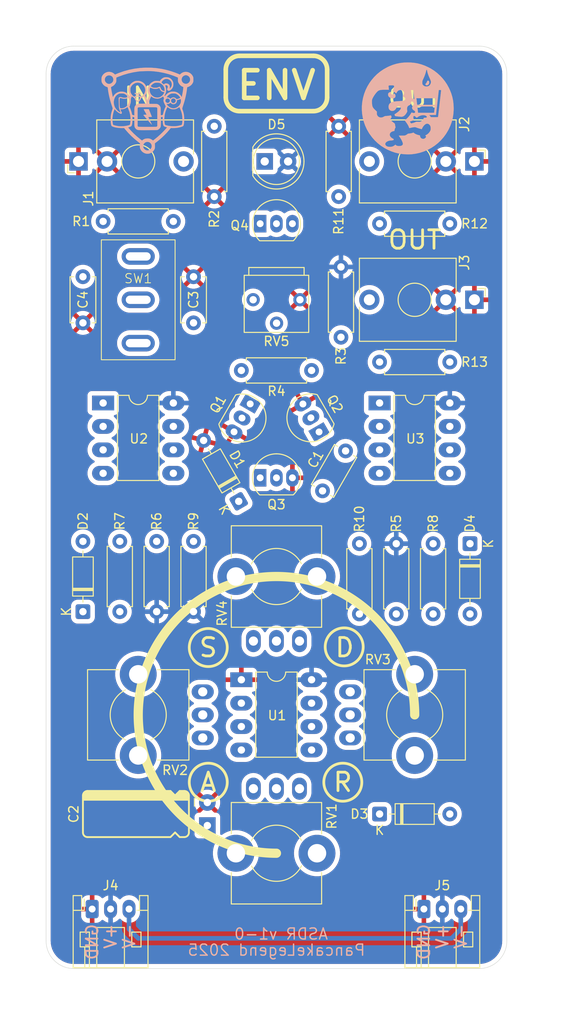
<source format=kicad_pcb>
(kicad_pcb (version 20241229) (generator "pcbnew") (generator_version "9.0")
  (layers (0 "F.Cu" signal) (2 "B.Cu" signal) (13 "F.Paste" user) (15 "B.Paste" user) (5 "F.SilkS" user "F.Silkscreen") (7 "B.SilkS" user "B.Silkscreen") (1 "F.Mask" user) (3 "B.Mask" user) (25 "Edge.Cuts" user))
  (net 0 "")
  (net 1 "Net-(D1-K)")
  (net 2 "Net-(Q2-C)")
  (net 3 "GND")
  (net 4 "Net-(U1-CV)")
  (net 5 "Net-(SW1-C)")
  (net 6 "Net-(SW1-A)")
  (net 7 "Net-(D2-K)")
  (net 8 "Net-(D2-A)")
  (net 9 "Net-(D3-A)")
  (net 10 "Net-(D4-K)")
  (net 11 "Net-(D5-K)")
  (net 12 "VDD")
  (net 13 "Net-(J1-PadT)")
  (net 14 "VSS")
  (net 15 "Net-(Q1-C)")
  (net 16 "Net-(Q1-B)")
  (net 17 "Net-(Q2-B)")
  (net 18 "Net-(Q3-C)")
  (net 19 "Net-(Q4-B)")
  (net 20 "Net-(Q4-E)")
  (net 21 "Net-(R7-Pad1)")
  (net 22 "Net-(U1-Q)")
  (net 23 "Net-(R8-Pad1)")
  (net 24 "Net-(R9-Pad2)")
  (net 25 "Net-(R10-Pad1)")
  (net 26 "Net-(U2A--)")
  (net 27 "Net-(U3A--)")
  (net 28 "Net-(U3B--)")
  (net 29 "Net-(U2A-+)")
  (net 30 "Net-(U1-DIS)")
  (net 31 "Net-(U3A-+)")
  (net 32 "Net-(J2-PadT)")
  (net 33 "Net-(J3-PadT)")
  (footprint "HackSynth:TO-92_Inline - Handsolder" (layer "F.Cu") (at 148.73 69.25)
    (property "Reference" "Q4" (at -2.73 0.2 0) (layer "F.SilkS"))
    (property "Value" "BC547" (hide yes))
    (pad "1" thru_hole rect (at -0.5 0) (size 1.35 1.9) (drill 0.75) (layers "*.Cu" "*.Mask") (net 11 "Net-(D5-K)"))
    (pad "2" thru_hole oval (at 1.27 0) (size 1.35 1.9) (drill 0.75) (layers "*.Cu" "*.Mask") (net 19 "Net-(Q4-B)"))
    (pad "3" thru_hole oval (at 3 0) (size 1.35 1.9) (drill 0.75) (layers "*.Cu" "*.Mask") (net 20 "Net-(Q4-E)"))
  )
  (footprint "HackSynth:R_Axial_DIN0207_L6.3mm_D2.5mm_P7.62mm_Horizontal" (layer "F.Cu") (at 161.19 84.25)
    (property "Reference" "R13" (at 10.31 0 0) (layer "F.SilkS"))
    (property "Value" "1k" (hide yes))
    (pad "1" thru_hole circle (at 0 0) (size 1.6 1.6) (drill 0.8) (layers "*.Cu" "*.Mask") (net 33 "Net-(J3-PadT)"))
    (pad "2" thru_hole oval (at 7.62 0) (size 1.6 1.6) (drill 0.8) (layers "*.Cu" "*.Mask") (net 28 "Net-(U3B--)"))
  )
  (footprint "HackSynth:R_Axial_DIN0207_L6.3mm_D2.5mm_P7.62mm_Horizontal" (layer "F.Cu") (at 159 103.94 -90)
    (property "Reference" "R10" (at -2.69 0 90) (layer "F.SilkS"))
    (property "Value" "1k" (hide yes))
    (pad "1" thru_hole circle (at 0 0 270) (size 1.6 1.6) (drill 0.8) (layers "*.Cu" "*.Mask") (net 25 "Net-(R10-Pad1)"))
    (pad "2" thru_hole oval (at 7.62 0 270) (size 1.6 1.6) (drill 0.8) (layers "*.Cu" "*.Mask") (net 26 "Net-(U2A--)"))
  )
  (footprint "HackSynth:Potentiometer_Alps_RK09K_Horizontal" (layer "F.Cu") (at 135 122.5 90)
    (property "Reference" "RV2" (at -6 4 0) (layer "F.SilkS"))
    (property "Value" "DECAY 1M" (hide yes))
    (pad "" np_thru_hole circle (at -4.4 0 180) (size 4 4) (drill 2) (layers "*.Cu" "*.Mask"))
    (pad "" np_thru_hole circle (at 4.4 0 180) (size 4 4) (drill 2) (layers "*.Cu" "*.Mask"))
    (pad "1" thru_hole oval (at 2.500001 7 180) (size 2.4 1.6) (drill 1) (layers "*.Cu" "*.Mask") (net 25 "Net-(R10-Pad1)"))
    (pad "2" thru_hole oval (at 0 6.999999 180) (size 2.4 1.6) (drill 1) (layers "*.Cu" "*.Mask") (net 7 "Net-(D2-K)"))
    (pad "3" thru_hole oval (at -2.500001 7 180) (size 2.4 1.6) (drill 1) (layers "*.Cu" "*.Mask") (net 7 "Net-(D2-K)"))
  )
  (footprint "HackSynth:Potentiometer_Alps_RK09K_Horizontal" (layer "F.Cu") (at 150 107.5)
    (property "Reference" "RV4" (at -5.9 4 90) (layer "F.SilkS"))
    (property "Value" "RELEASE 1M" (hide yes))
    (pad "" np_thru_hole circle (at -4.4 0 90) (size 4 4) (drill 2) (layers "*.Cu" "*.Mask"))
    (pad "" np_thru_hole circle (at 4.4 0 90) (size 4 4) (drill 2) (layers "*.Cu" "*.Mask"))
    (pad "1" thru_hole oval (at 2.500001 7 90) (size 2.4 1.6) (drill 1) (layers "*.Cu" "*.Mask") (net 10 "Net-(D4-K)"))
    (pad "2" thru_hole oval (at 0 6.999999 90) (size 2.4 1.6) (drill 1) (layers "*.Cu" "*.Mask") (net 23 "Net-(R8-Pad1)"))
    (pad "3" thru_hole oval (at -2.500001 7 90) (size 2.4 1.6) (drill 1) (layers "*.Cu" "*.Mask") (net 23 "Net-(R8-Pad1)"))
  )
  (footprint "HackSynth:Potentiometer_Alps_RK09K_Horizontal" (layer "F.Cu") (at 150 137.5 180)
    (property "Reference" "RV1" (at -6 4 90) (layer "F.SilkS"))
    (property "Value" "SUSTAIN 10k" (hide yes))
    (pad "" np_thru_hole circle (at -4.4 0 270) (size 4 4) (drill 2) (layers "*.Cu" "*.Mask"))
    (pad "" np_thru_hole circle (at 4.4 0 270) (size 4 4) (drill 2) (layers "*.Cu" "*.Mask"))
    (pad "1" thru_hole oval (at 2.500001 7 270) (size 2.4 1.6) (drill 1) (layers "*.Cu" "*.Mask") (net 30 "Net-(U1-DIS)"))
    (pad "2" thru_hole oval (at 0 6.999999 270) (size 2.4 1.6) (drill 1) (layers "*.Cu" "*.Mask") (net 29 "Net-(U2A-+)"))
    (pad "3" thru_hole oval (at -2.500001 7 270) (size 2.4 1.6) (drill 1) (layers "*.Cu" "*.Mask") (net 24 "Net-(R9-Pad2)"))
  )
  (footprint "HackSynth:DIP-8_W7.62mm_LongPads" (layer "F.Cu") (at 165 92.5)
    (property "Reference" "U3" (at 0.064999 0.07 0) (layer "F.SilkS"))
    (property "Value" "TL072" (hide yes))
    (pad "1" thru_hole rect (at -3.81 -3.81) (size 2.4 1.6) (drill 0.8) (layers "*.Cu" "*.Mask") (net 27 "Net-(U3A--)"))
    (pad "2" thru_hole oval (at -3.81 -1.27) (size 2.4 1.6) (drill 0.8) (layers "*.Cu" "*.Mask") (net 27 "Net-(U3A--)"))
    (pad "3" thru_hole oval (at -3.81 1.27) (size 2.4 1.6) (drill 0.8) (layers "*.Cu" "*.Mask") (net 31 "Net-(U3A-+)"))
    (pad "4" thru_hole oval (at -3.81 3.81) (size 2.4 1.6) (drill 0.8) (layers "*.Cu" "*.Mask") (net 14 "VSS"))
    (pad "5" thru_hole oval (at 3.81 3.81) (size 2.4 1.6) (drill 0.8) (layers "*.Cu" "*.Mask") (net 31 "Net-(U3A-+)"))
    (pad "6" thru_hole oval (at 3.81 1.27) (size 2.4 1.6) (drill 0.8) (layers "*.Cu" "*.Mask") (net 28 "Net-(U3B--)"))
    (pad "7" thru_hole oval (at 3.81 -1.27) (size 2.4 1.6) (drill 0.8) (layers "*.Cu" "*.Mask") (net 28 "Net-(U3B--)"))
    (pad "8" thru_hole oval (at 3.81 -3.81) (size 2.4 1.6) (drill 0.8) (layers "*.Cu" "*.Mask") (net 12 "VDD"))
  )
  (footprint "HackSynth:D_DO-35_SOD27_P7.62mm_Horizontal" (layer "F.Cu") (at 145.905 99.349556 120)
    (property "Reference" "D1" (at 4.017531 2.140544 120) (layer "F.SilkS"))
    (property "Value" "1N4148" (hide yes))
    (fp_text user "K" (at 0 -1.8 120) (layer "F.SilkS"))
    (pad "1" thru_hole roundrect (at 0 0 120) (size 1.6 1.6) (drill 0.8) (layers "*.Cu" "*.Mask") (roundrect_rratio 0.15625) (net 1 "Net-(D1-K)"))
    (pad "2" thru_hole circle (at 7.62 0 120) (size 1.6 1.6) (drill 0.8) (layers "*.Cu" "*.Mask") (net 3 "GND"))
  )
  (footprint "HackSynth:C_Ceramic_D4.5mm_P5.00mm" (layer "F.Cu") (at 141 80 90)
    (property "Reference" "C3" (at 2.5 0.000001 90) (layer "F.SilkS"))
    (property "Value" "220nF" (hide yes))
    (pad "1" thru_hole circle (at 0 0 90) (size 1.6 1.6) (drill 0.8) (layers "*.Cu" "*.Mask") (net 5 "Net-(SW1-C)"))
    (pad "2" thru_hole circle (at 5 0 90) (size 1.6 1.6) (drill 0.8) (layers "*.Cu" "*.Mask") (net 3 "GND"))
  )
  (footprint "HackSynth:R_Axial_DIN0207_L6.3mm_D2.5mm_P7.62mm_Horizontal" (layer "F.Cu") (at 167 103.94 -90)
    (property "Reference" "R8" (at -2.19 0 90) (layer "F.SilkS"))
    (property "Value" "100R" (hide yes))
    (pad "1" thru_hole circle (at 0 0 270) (size 1.6 1.6) (drill 0.8) (layers "*.Cu" "*.Mask") (net 23 "Net-(R8-Pad1)"))
    (pad "2" thru_hole oval (at 7.62 0 270) (size 1.6 1.6) (drill 0.8) (layers "*.Cu" "*.Mask") (net 2 "Net-(Q2-C)"))
  )
  (footprint "HackSynth:DIP-8_W7.62mm_LongPads" (layer "F.Cu") (at 150 122.5)
    (property "Reference" "U1" (at 0.064999 0.07 0) (layer "F.SilkS"))
    (property "Value" "ICM7555xP" (hide yes))
    (pad "1" thru_hole rect (at -3.81 -3.81) (size 2.4 1.6) (drill 0.8) (layers "*.Cu" "*.Mask") (net 3 "GND"))
    (pad "2" thru_hole oval (at -3.81 -1.27) (size 2.4 1.6) (drill 0.8) (layers "*.Cu" "*.Mask") (net 18 "Net-(Q3-C)"))
    (pad "3" thru_hole oval (at -3.81 1.27) (size 2.4 1.6) (drill 0.8) (layers "*.Cu" "*.Mask") (net 22 "Net-(U1-Q)"))
    (pad "4" thru_hole oval (at -3.81 3.81) (size 2.4 1.6) (drill 0.8) (layers "*.Cu" "*.Mask") (net 2 "Net-(Q2-C)"))
    (pad "5" thru_hole oval (at 3.81 3.81) (size 2.4 1.6) (drill 0.8) (layers "*.Cu" "*.Mask") (net 4 "Net-(U1-CV)"))
    (pad "6" thru_hole oval (at 3.81 1.27) (size 2.4 1.6) (drill 0.8) (layers "*.Cu" "*.Mask") (net 8 "Net-(D2-A)"))
    (pad "7" thru_hole oval (at 3.81 -1.27) (size 2.4 1.6) (drill 0.8) (layers "*.Cu" "*.Mask") (net 30 "Net-(U1-DIS)"))
    (pad "8" thru_hole oval (at 3.81 -3.81) (size 2.4 1.6) (drill 0.8) (layers "*.Cu" "*.Mask") (net 12 "VDD"))
  )
  (footprint "HackSynth:Jack_3.5mm" (layer "F.Cu") (at 165 77.5 90)
    (property "Reference" "J3" (at 4.03 5.4 90) (layer "F.SilkS"))
    (property "Value" "OUT" (hide yes))
    (pad "G" thru_hole rect (at 0 6.48 90) (size 2 2) (drill 1.2) (layers "*.Cu" "*.Mask") (net 3 "GND"))
    (pad "S" thru_hole circle (at 0 3.38 90) (size 2.2 2.2) (drill 1.2) (layers "*.Cu" "*.Mask") (net 3 "GND"))
    (pad "T" thru_hole circle (at 0 -4.92 90) (size 2.2 2.2) (drill 1.2) (layers "*.Cu" "*.Mask") (net 33 "Net-(J3-PadT)"))
    (zone (net 0) (net_name "") (layer "F.Cu") (connect_pads (clearance 0)) (min_thickness 0.254)
      (keepout (tracks not_allowed) (vias not_allowed) (pads not_allowed) (copperpour not_allowed) (footprints not_allowed))
      (fill (thermal_gap 0.508) (thermal_bridge_width 0.508))
      (polygon (pts (xy 165 79.005141) (xy 165.245829 78.98493) (xy 165.485055 78.924841) (xy 165.711256 78.826486) (xy 165.918355 78.692508) (xy 166.10079 78.526504) (xy 166.253664 78.332932) (xy 166.372869 78.116992) (xy 166.455206 77.884482) (xy 166.498461 77.641646) (xy 166.501475 77.395007) (xy 166.464165 77.151187) (xy 166.387534 76.916734) (xy 166.27364 76.697946) (xy 166.125542 76.500697) (xy 165.947216 76.330286) (xy 165.743452 76.191288) (xy 165.519722 76.087436) (xy 165.282035 76.021519) (xy 165.036774 75.995308) (xy 164.790525 76.009507) (xy 164.549901 76.063734) (xy 164.321366 76.156532) (xy 164.111055 76.285411) (xy 163.924618 76.446908) (xy 163.767061 76.636687) (xy 163.642615 76.84965) (xy 163.554623 77.080079) (xy 163.505447 77.321785) (xy 163.496408 77.568278) (xy 163.52775 77.812936) (xy 163.59863 78.049191) (xy 163.707144 78.270697) (xy 163.850379 78.471505) (xy 164.024488 78.646223) (xy 164.224795 78.790158) (xy 164.445921 78.899445) (xy 164.681926 78.971149) (xy 164.926474 79.003344)))
    )
  )
  (footprint "HackSynth:JST_PH_S3B-PH-K_1x03_P2.00mm_Horizontal" (layer "F.Cu") (at 130 143.55)
    (property "Reference" "J4" (at 2 -2.55 0) (layer "F.SilkS"))
    (property "Value" "Conn_01x03")
    (fp_text user "-V" (at 4 1.5 90) (layer "B.SilkS") (effects (font (size 1.27 1.27) (thickness 0.2)) (justify left mirror)))
    (fp_text user "GND" (at 0 1.5 90) (layer "B.SilkS") (effects (font (size 1.27 1.27) (thickness 0.2)) (justify left mirror)))
    (fp_text user "+V" (at 2 1.5 90) (layer "B.SilkS") (effects (font (size 1.27 1.27) (thickness 0.2)) (justify left mirror)))
    (pad "1" thru_hole roundrect (at 0 0) (size 1.4 2) (drill 0.75) (layers "*.Cu" "*.Mask") (roundrect_rratio 0.208333) (net 3 "GND"))
    (pad "2" thru_hole oval (at 2 0) (size 1.4 2) (drill 0.75) (layers "*.Cu" "*.Mask") (net 12 "VDD"))
    (pad "3" thru_hole oval (at 4 0) (size 1.4 2) (drill 0.75) (layers "*.Cu" "*.Mask") (net 14 "VSS"))
  )
  (footprint "HackSynth:TO-92_Inline - Handsolder" (layer "F.Cu") (at 154.371769 91.394853 120)
    (property "Reference" "Q2" (at 1.270001 3 120) (layer "F.SilkS"))
    (property "Value" "BC550" (hide yes))
    (pad "1" thru_hole rect (at -0.5 0 120) (size 1.35 1.9) (drill 0.75) (layers "*.Cu" "*.Mask") (net 2 "Net-(Q2-C)"))
    (pad "2" thru_hole oval (at 1.27 0 120) (size 1.35 1.9) (drill 0.75) (layers "*.Cu" "*.Mask") (net 17 "Net-(Q2-B)"))
    (pad "3" thru_hole oval (at 3 0 120) (size 1.35 1.9) (drill 0.75) (layers "*.Cu" "*.Mask") (net 3 "GND"))
  )
  (footprint "HackSynth:Jack_3.5mm" (layer "F.Cu") (at 165 62.5 90)
    (property "Reference" "J2" (at 4.03 5.4 90) (layer "F.SilkS"))
    (property "Value" "OUT" (hide yes))
    (pad "G" thru_hole rect (at 0 6.48 90) (size 2 2) (drill 1.2) (layers "*.Cu" "*.Mask") (net 3 "GND"))
    (pad "S" thru_hole circle (at 0 3.38 90) (size 2.2 2.2) (drill 1.2) (layers "*.Cu" "*.Mask") (net 3 "GND"))
    (pad "T" thru_hole circle (at 0 -4.92 90) (size 2.2 2.2) (drill 1.2) (layers "*.Cu" "*.Mask") (net 32 "Net-(J2-PadT)"))
    (zone (net 0) (net_name "") (layer "F.Cu") (connect_pads (clearance 0)) (min_thickness 0.254)
      (keepout (tracks not_allowed) (vias not_allowed) (pads not_allowed) (copperpour not_allowed) (footprints not_allowed))
      (fill (thermal_gap 0.508) (thermal_bridge_width 0.508))
      (polygon (pts (xy 165 64.005141) (xy 165.245829 63.98493) (xy 165.485055 63.924841) (xy 165.711256 63.826486) (xy 165.918355 63.692508) (xy 166.10079 63.526504) (xy 166.253664 63.332932) (xy 166.372869 63.116992) (xy 166.455206 62.884482) (xy 166.498461 62.641646) (xy 166.501475 62.395007) (xy 166.464165 62.151187) (xy 166.387534 61.916734) (xy 166.27364 61.697946) (xy 166.125542 61.500697) (xy 165.947216 61.330286) (xy 165.743452 61.191288) (xy 165.519722 61.087436) (xy 165.282035 61.021519) (xy 165.036774 60.995308) (xy 164.790525 61.009507) (xy 164.549901 61.063734) (xy 164.321366 61.156532) (xy 164.111055 61.285411) (xy 163.924618 61.446908) (xy 163.767061 61.636687) (xy 163.642615 61.84965) (xy 163.554623 62.080079) (xy 163.505447 62.321785) (xy 163.496408 62.568278) (xy 163.52775 62.812936) (xy 163.59863 63.049191) (xy 163.707144 63.270697) (xy 163.850379 63.471505) (xy 164.024488 63.646223) (xy 164.224795 63.790158) (xy 164.445921 63.899445) (xy 164.681926 63.971149) (xy 164.926474 64.003344)))
    )
  )
  (footprint "HackSynth:R_Axial_DIN0207_L6.3mm_D2.5mm_P7.62mm_Horizontal" (layer "F.Cu") (at 153.81 85.16 180)
    (property "Reference" "R4" (at 3.81 -2.25 0) (layer "F.SilkS"))
    (property "Value" "10k" (hide yes))
    (pad "1" thru_hole circle (at 0 0 180) (size 1.6 1.6) (drill 0.8) (layers "*.Cu" "*.Mask") (net 17 "Net-(Q2-B)"))
    (pad "2" thru_hole oval (at 7.62 0 180) (size 1.6 1.6) (drill 0.8) (layers "*.Cu" "*.Mask") (net 15 "Net-(Q1-C)"))
  )
  (footprint "HackSynth:R_Axial_DIN0207_L6.3mm_D2.5mm_P7.62mm_Horizontal" (layer "F.Cu") (at 136.999999 103.69 -90)
    (property "Reference" "R6" (at -2.19 0 90) (layer "F.SilkS"))
    (property "Value" "4.7k" (hide yes))
    (pad "1" thru_hole circle (at 0 0 270) (size 1.6 1.6) (drill 0.8) (layers "*.Cu" "*.Mask") (net 18 "Net-(Q3-C)"))
    (pad "2" thru_hole oval (at 7.62 0 270) (size 1.6 1.6) (drill 0.8) (layers "*.Cu" "*.Mask") (net 12 "VDD"))
  )
  (footprint "HackSynth:R_Axial_DIN0207_L6.3mm_D2.5mm_P7.62mm_Horizontal" (layer "F.Cu") (at 141 111.31 90)
    (property "Reference" "R9" (at 9.810001 0 90) (layer "F.SilkS"))
    (property "Value" "5.6k" (hide yes))
    (pad "1" thru_hole circle (at 0 0 90) (size 1.6 1.6) (drill 0.8) (layers "*.Cu" "*.Mask") (net 12 "VDD"))
    (pad "2" thru_hole oval (at 7.62 0 90) (size 1.6 1.6) (drill 0.8) (layers "*.Cu" "*.Mask") (net 24 "Net-(R9-Pad2)"))
  )
  (footprint "HackSynth:TO-92_Inline - Handsolder" (layer "F.Cu") (at 146.898232 89.220148 -120)
    (property "Reference" "Q1" (at 1.270001 3 60) (layer "F.SilkS"))
    (property "Value" "BC550" (hide yes))
    (pad "1" thru_hole rect (at -0.5 0 240) (size 1.35 1.9) (drill 0.75) (layers "*.Cu" "*.Mask") (net 15 "Net-(Q1-C)"))
    (pad "2" thru_hole oval (at 1.27 0 240) (size 1.35 1.9) (drill 0.75) (layers "*.Cu" "*.Mask") (net 16 "Net-(Q1-B)"))
    (pad "3" thru_hole oval (at 3 0 240) (size 1.35 1.9) (drill 0.75) (layers "*.Cu" "*.Mask") (net 3 "GND"))
  )
  (footprint "HackSynth:R_Axial_DIN0207_L6.3mm_D2.5mm_P7.62mm_Horizontal" (layer "F.Cu") (at 156.75 58.69 -90)
    (property "Reference" "R11" (at 10.31 0 90) (layer "F.SilkS"))
    (property "Value" "1k" (hide yes))
    (pad "1" thru_hole circle (at 0 0 270) (size 1.6 1.6) (drill 0.8) (layers "*.Cu" "*.Mask") (net 3 "GND"))
    (pad "2" thru_hole oval (at 7.62 0 270) (size 1.6 1.6) (drill 0.8) (layers "*.Cu" "*.Mask") (net 20 "Net-(Q4-E)"))
  )
  (footprint "HackSynth:D_DO-35_SOD27_P7.62mm_Horizontal" (layer "F.Cu") (at 171 103.940001 -90)
    (property "Reference" "D4" (at -2.19 0 90) (layer "F.SilkS"))
    (property "Value" "1N4148" (hide yes))
    (fp_text user "K" (at 0 -2 90) (layer "F.SilkS"))
    (pad "1" thru_hole roundrect (at 0 0 270) (size 1.6 1.6) (drill 0.8) (layers "*.Cu" "*.Mask") (roundrect_rratio 0.15625) (net 10 "Net-(D4-K)"))
    (pad "2" thru_hole circle (at 7.62 0 270) (size 1.6 1.6) (drill 0.8) (layers "*.Cu" "*.Mask") (net 8 "Net-(D2-A)"))
  )
  (footprint "HackSynth:R_Axial_DIN0207_L6.3mm_D2.5mm_P7.62mm_Horizontal" (layer "F.Cu") (at 143.25 66.31 90)
    (property "Reference" "R2" (at -2.440001 0 90) (layer "F.SilkS"))
    (property "Value" "100k" (hide yes))
    (pad "1" thru_hole circle (at 0 0 90) (size 1.6 1.6) (drill 0.8) (layers "*.Cu" "*.Mask") (net 3 "GND"))
    (pad "2" thru_hole oval (at 7.62 0 90) (size 1.6 1.6) (drill 0.8) (layers "*.Cu" "*.Mask") (net 16 "Net-(Q1-B)"))
  )
  (footprint "HackSynth:R_Axial_DIN0207_L6.3mm_D2.5mm_P7.62mm_Horizontal" (layer "F.Cu") (at 157 81.56 90)
    (property "Reference" "R3" (at -2.04 0 90) (layer "F.SilkS"))
    (property "Value" "4.7k" (hide yes))
    (pad "1" thru_hole circle (at 0 0 90) (size 1.6 1.6) (drill 0.8) (layers "*.Cu" "*.Mask") (net 15 "Net-(Q1-C)"))
    (pad "2" thru_hole oval (at 7.62 0 90) (size 1.6 1.6) (drill 0.8) (layers "*.Cu" "*.Mask") (net 12 "VDD"))
  )
  (footprint "HackSynth:C_Ceramic_D4.5mm_P5.00mm" (layer "F.Cu") (at 155 98.215064 60)
    (property "Reference" "C1" (at 2.582532 -2.357051 60) (layer "F.SilkS"))
    (property "Value" "220nF" (hide yes))
    (pad "1" thru_hole circle (at 0 0 60) (size 1.6 1.6) (drill 0.8) (layers "*.Cu" "*.Mask") (net 1 "Net-(D1-K)"))
    (pad "2" thru_hole circle (at 5 0 60) (size 1.6 1.6) (drill 0.8) (layers "*.Cu" "*.Mask") (net 2 "Net-(Q2-C)"))
  )
  (footprint "HackSynth:R_Axial_DIN0207_L6.3mm_D2.5mm_P7.62mm_Horizontal" (layer "F.Cu") (at 163 111.56 90)
    (property "Reference" "R5" (at 9.810001 0 90) (layer "F.SilkS"))
    (property "Value" "4.7k" (hide yes))
    (pad "1" thru_hole circle (at 0 0 90) (size 1.6 1.6) (drill 0.8) (layers "*.Cu" "*.Mask") (net 2 "Net-(Q2-C)"))
    (pad "2" thru_hole oval (at 7.62 0 90) (size 1.6 1.6) (drill 0.8) (layers "*.Cu" "*.Mask") (net 12 "VDD"))
  )
  (footprint "HackSynth:TO-92_Inline - Handsolder" (layer "F.Cu") (at 148.73 96.8)
    (property "Reference" "Q3" (at 1.27 2.9 0) (layer "F.SilkS"))
    (property "Value" "BC550" (hide yes))
    (pad "1" thru_hole rect (at -0.5 0) (size 1.35 1.9) (drill 0.75) (layers "*.Cu" "*.Mask") (net 18 "Net-(Q3-C)"))
    (pad "2" thru_hole oval (at 1.27 0) (size 1.35 1.9) (drill 0.75) (layers "*.Cu" "*.Mask") (net 1 "Net-(D1-K)"))
    (pad "3" thru_hole oval (at 3 0) (size 1.35 1.9) (drill 0.75) (layers "*.Cu" "*.Mask") (net 3 "GND"))
  )
  (footprint "HackSynth:D_DO-35_SOD27_P7.62mm_Horizontal" (layer "F.Cu") (at 129 111.31 90)
    (property "Reference" "D2" (at 9.81 0 90) (layer "F.SilkS"))
    (property "Value" "1N4148" (hide yes))
    (fp_text user "K" (at 0 -1.8 90) (layer "F.SilkS"))
    (pad "1" thru_hole roundrect (at 0 0 90) (size 1.6 1.6) (drill 0.8) (layers "*.Cu" "*.Mask") (roundrect_rratio 0.15625) (net 7 "Net-(D2-K)"))
    (pad "2" thru_hole circle (at 7.62 0 90) (size 1.6 1.6) (drill 0.8) (layers "*.Cu" "*.Mask") (net 8 "Net-(D2-A)"))
  )
  (footprint "HackSynth:D_DO-35_SOD27_P7.62mm_Horizontal" (layer "F.Cu") (at 161.19 133.25)
    (property "Reference" "D3" (at -2.190002 0 0) (layer "F.SilkS"))
    (property "Value" "1N4148" (hide yes))
    (fp_text user "K" (at 0 1.75 0) (layer "F.SilkS"))
    (pad "1" thru_hole roundrect (at 0 0) (size 1.6 1.6) (drill 0.8) (layers "*.Cu" "*.Mask") (roundrect_rratio 0.15625) (net 8 "Net-(D2-A)"))
    (pad "2" thru_hole circle (at 7.62 0) (size 1.6 1.6) (drill 0.8) (layers "*.Cu" "*.Mask") (net 9 "Net-(D3-A)"))
  )
  (footprint "HackSynth:TrimPot_Bourns_3339S_Horizontal" (layer "F.Cu") (at 150 77.5 180)
    (property "Reference" "RV5" (at 0 -4.5 0) (layer "F.SilkS"))
    (property "Value" "100k Trim" (hide yes))
    (pad "1" thru_hole circle (at 2.53 0.005 90) (size 1.44 1.44) (drill 0.8) (layers "*.Cu" "*.Mask") (net 19 "Net-(Q4-B)"))
    (pad "2" thru_hole circle (at -0.01 -2.535 90) (size 1.44 1.44) (drill 0.8) (layers "*.Cu" "*.Mask") (net 31 "Net-(U3A-+)"))
    (pad "3" thru_hole circle (at -2.55 0.005 90) (size 1.44 1.44) (drill 0.8) (layers "*.Cu" "*.Mask") (net 3 "GND"))
  )
  (footprint "HackSynth:LED_D5.0mm" (layer "F.Cu") (at 148.725 62.5)
    (property "Reference" "D5" (at 1.275 -4 0) (layer "F.SilkS"))
    (property "Value" "LED" (hide yes))
    (pad "1" thru_hole rect (at 0 0) (size 1.8 1.8) (drill 0.9) (layers "*.Cu" "*.Mask") (net 11 "Net-(D5-K)"))
    (pad "2" thru_hole circle (at 2.54 0) (size 1.8 1.8) (drill 0.9) (layers "*.Cu" "*.Mask") (net 12 "VDD"))
  )
  (footprint "HackSynth:Jack_3.5mm" (layer "F.Cu") (at 135 62.5 -90)
    (property "Reference" "J1" (at 4.03 5.4 90) (layer "F.SilkS"))
    (property "Value" "IN" (hide yes))
    (pad "G" thru_hole rect (at 0 6.48 270) (size 2 2) (drill 1.2) (layers "*.Cu" "*.Mask") (net 3 "GND"))
    (pad "S" thru_hole circle (at 0 3.38 270) (size 2.2 2.2) (drill 1.2) (layers "*.Cu" "*.Mask") (net 3 "GND"))
    (pad "T" thru_hole circle (at 0 -4.92 270) (size 2.2 2.2) (drill 1.2) (layers "*.Cu" "*.Mask") (net 13 "Net-(J1-PadT)"))
    (zone (net 0) (net_name "") (layer "F.Cu") (connect_pads (clearance 0)) (min_thickness 0.254)
      (keepout (tracks not_allowed) (vias not_allowed) (pads not_allowed) (copperpour not_allowed) (footprints not_allowed))
      (fill (thermal_gap 0.508) (thermal_bridge_width 0.508))
      (polygon (pts (xy 135 60.994859) (xy 134.754171 61.01507) (xy 134.514945 61.075159) (xy 134.288744 61.173514) (xy 134.081645 61.307492) (xy 133.89921 61.473496) (xy 133.746336 61.667068) (xy 133.627131 61.883008) (xy 133.544794 62.115518) (xy 133.501539 62.358354) (xy 133.498525 62.604993) (xy 133.535835 62.848813) (xy 133.612466 63.083266) (xy 133.72636 63.302054) (xy 133.874458 63.499303) (xy 134.052784 63.669714) (xy 134.256548 63.808712) (xy 134.480278 63.912564) (xy 134.717965 63.978481) (xy 134.963226 64.004692) (xy 135.209475 63.990493) (xy 135.450099 63.936266) (xy 135.678634 63.843468) (xy 135.888945 63.714589) (xy 136.075382 63.553092) (xy 136.232939 63.363313) (xy 136.357385 63.15035) (xy 136.445377 62.919921) (xy 136.494553 62.678215) (xy 136.503592 62.431722) (xy 136.47225 62.187064) (xy 136.40137 61.950809) (xy 136.292856 61.729303) (xy 136.149621 61.528495) (xy 135.975512 61.353777) (xy 135.775205 61.209842) (xy 135.554079 61.100555) (xy 135.318074 61.028851) (xy 135.073526 60.996656)))
    )
  )
  (footprint "HackSynth:Module 50x100mm" (layer "F.Cu") (at 150 100)
    (property "Reference" "REF**" (hide yes))
    (property "Value" "Untitled" (hide yes))
    (fp_line (start -24.999999 -47) (end -25 47) (stroke (width 0.05)) (layer "Edge.Cuts"))
    (fp_line (start -21.999999 49.999999) (end 22 50) (stroke (width 0.05)) (layer "Edge.Cuts"))
    (fp_line (start 22 -50) (end -21.999999 -50) (stroke (width 0.05)) (layer "Edge.Cuts"))
    (fp_line (start 25 47) (end 25 -47) (stroke (width 0.05)) (layer "Edge.Cuts"))
    (fp_arc (start -25 -47) (mid -24.12132 -49.12132) (end -22 -50) (stroke (width 0.05)) (layer "Edge.Cuts"))
    (fp_arc (start -22 50) (mid -24.12132 49.12132) (end -25 47) (stroke (width 0.05)) (layer "Edge.Cuts"))
    (fp_arc (start 22 -50) (mid 24.12132 -49.12132) (end 25 -47) (stroke (width 0.05)) (layer "Edge.Cuts"))
    (fp_arc (start 25 47) (mid 24.12132 49.12132) (end 22 50) (stroke (width 0.05)) (layer "Edge.Cuts"))
  )
  (footprint "HackSynth:Switch SPDT - MTS-102" (layer "F.Cu") (at 135 77.5)
    (property "Reference" "SW1" (at 0 -2.300001 0) (layer "F.SilkS") (effects (font (thickness 0.1))))
    (property "Value" "SW_SPDT" (hide yes))
    (pad "1" thru_hole oval (at 0 -4.7) (size 3.6 1.8) (drill oval 2.7 0.9) (layers "*.Cu" "*.Mask") (net 6 "Net-(SW1-A)"))
    (pad "2" thru_hole oval (at 0 0) (size 3.6 1.8) (drill oval 2.7 0.9) (layers "*.Cu" "*.Mask") (net 8 "Net-(D2-A)"))
    (pad "3" thru_hole oval (at 0 4.7) (size 3.6 1.8) (drill oval 2.7 0.9) (layers "*.Cu" "*.Mask") (net 5 "Net-(SW1-C)"))
  )
  (footprint "HackSynth:Potentiometer_Alps_RK09K_Horizontal" (layer "F.Cu") (at 165 122.5 -90)
    (property "Reference" "RV3" (at -6 4 0) (layer "F.SilkS"))
    (property "Value" "ATTACK 1M" (hide yes))
    (pad "" np_thru_hole circle (at -4.4 0) (size 4 4) (drill 2) (layers "*.Cu" "*.Mask"))
    (pad "" np_thru_hole circle (at 4.4 0) (size 4 4) (drill 2) (layers "*.Cu" "*.Mask"))
    (pad "1" thru_hole oval (at 2.500001 7) (size 2.4 1.6) (drill 1) (layers "*.Cu" "*.Mask") (net 9 "Net-(D3-A)"))
    (pad "2" thru_hole oval (at 0 6.999999) (size 2.4 1.6) (drill 1) (layers "*.Cu" "*.Mask") (net 21 "Net-(R7-Pad1)"))
    (pad "3" thru_hole oval (at -2.500001 7) (size 2.4 1.6) (drill 1) (layers "*.Cu" "*.Mask") (net 21 "Net-(R7-Pad1)"))
  )
  (footprint "HackSynth:R_Axial_DIN0207_L6.3mm_D2.5mm_P7.62mm_Horizontal" (layer "F.Cu") (at 138.81 69 180)
    (property "Reference" "R1" (at 10 0 0) (layer "F.SilkS"))
    (property "Value" "10k" (hide yes))
    (pad "1" thru_hole circle (at 0 0 180) (size 1.6 1.6) (drill 0.8) (layers "*.Cu" "*.Mask") (net 16 "Net-(Q1-B)"))
    (pad "2" thru_hole oval (at 7.62 0 180) (size 1.6 1.6) (drill 0.8) (layers "*.Cu" "*.Mask") (net 13 "Net-(J1-PadT)"))
  )
  (footprint "HackSynth:R_Axial_DIN0207_L6.3mm_D2.5mm_P7.62mm_Horizontal" (layer "F.Cu") (at 132.999999 103.69 -90)
    (property "Reference" "R7" (at -2.19 0 90) (layer "F.SilkS"))
    (property "Value" "100R" (hide yes))
    (pad "1" thru_hole circle (at 0 0 270) (size 1.6 1.6) (drill 0.8) (layers "*.Cu" "*.Mask") (net 21 "Net-(R7-Pad1)"))
    (pad "2" thru_hole oval (at 7.62 0 270) (size 1.6 1.6) (drill 0.8) (layers "*.Cu" "*.Mask") (net 22 "Net-(U1-Q)"))
  )
  (footprint "HackSynth:DIP-8_W7.62mm_LongPads" (layer "F.Cu") (at 135 92.5)
    (property "Reference" "U2" (at 0.064999 0.07 0) (layer "F.SilkS"))
    (property "Value" "TL072" (hide yes))
    (pad "1" thru_hole rect (at -3.81 -3.81) (size 2.4 1.6) (drill 0.8) (layers "*.Cu" "*.Mask") (net 26 "Net-(U2A--)"))
    (pad "2" thru_hole oval (at -3.81 -1.27) (size 2.4 1.6) (drill 0.8) (layers "*.Cu" "*.Mask") (net 26 "Net-(U2A--)"))
    (pad "3" thru_hole oval (at -3.81 1.27) (size 2.4 1.6) (drill 0.8) (layers "*.Cu" "*.Mask") (net 29 "Net-(U2A-+)"))
    (pad "4" thru_hole oval (at -3.81 3.81) (size 2.4 1.6) (drill 0.8) (layers "*.Cu" "*.Mask") (net 14 "VSS"))
    (pad "5" thru_hole oval (at 3.81 3.81) (size 2.4 1.6) (drill 0.8) (layers "*.Cu" "*.Mask") (net 8 "Net-(D2-A)"))
    (pad "6" thru_hole oval (at 3.81 1.27) (size 2.4 1.6) (drill 0.8) (layers "*.Cu" "*.Mask") (net 19 "Net-(Q4-B)"))
    (pad "7" thru_hole oval (at 3.81 -1.27) (size 2.4 1.6) (drill 0.8) (layers "*.Cu" "*.Mask") (net 19 "Net-(Q4-B)"))
    (pad "8" thru_hole oval (at 3.81 -3.81) (size 2.4 1.6) (drill 0.8) (layers "*.Cu" "*.Mask") (net 12 "VDD"))
  )
  (footprint "HackSynth:R_Axial_DIN0207_L6.3mm_D2.5mm_P7.62mm_Horizontal" (layer "F.Cu") (at 161.19 69.25)
    (property "Reference" "R12" (at 10.31 0 0) (layer "F.SilkS"))
    (property "Value" "1k" (hide yes))
    (pad "1" thru_hole circle (at 0 0) (size 1.6 1.6) (drill 0.8) (layers "*.Cu" "*.Mask") (net 32 "Net-(J2-PadT)"))
    (pad "2" thru_hole oval (at 7.62 0) (size 1.6 1.6) (drill 0.8) (layers "*.Cu" "*.Mask") (net 27 "Net-(U3A--)"))
  )
  (footprint "HackSynth:C_Ceramic_D4.5mm_P5.00mm" (layer "F.Cu") (at 129 75 -90)
    (property "Reference" "C4" (at 2.5 0.000001 90) (layer "F.SilkS"))
    (property "Value" "1uF" (hide yes))
    (pad "1" thru_hole circle (at 0 0 270) (size 1.6 1.6) (drill 0.8) (layers "*.Cu" "*.Mask") (net 6 "Net-(SW1-A)"))
    (pad "2" thru_hole circle (at 5 0 270) (size 1.6 1.6) (drill 0.8) (layers "*.Cu" "*.Mask") (net 3 "GND"))
  )
  (footprint "HackSynth:JST_PH_S3B-PH-K_1x03_P2.00mm_Horizontal" (layer "F.Cu") (at 166 143.55)
    (property "Reference" "J5" (at 2 -2.55 0) (layer "F.SilkS"))
    (property "Value" "Conn_01x03")
    (fp_text user "+V" (at 2 1.5 90) (layer "B.SilkS") (effects (font (size 1.27 1.27) (thickness 0.2)) (justify left mirror)))
    (fp_text user "-V" (at 4 1.5 90) (layer "B.SilkS") (effects (font (size 1.27 1.27) (thickness 0.2)) (justify left mirror)))
    (fp_text user "GND" (at 0 1.5 90) (layer "B.SilkS") (effects (font (size 1.27 1.27) (thickness 0.2)) (justify left mirror)))
    (pad "1" thru_hole roundrect (at 0 0) (size 1.4 2) (drill 0.75) (layers "*.Cu" "*.Mask") (roundrect_rratio 0.208333) (net 3 "GND"))
    (pad "2" thru_hole oval (at 2 0) (size 1.4 2) (drill 0.75) (layers "*.Cu" "*.Mask") (net 12 "VDD"))
    (pad "3" thru_hole oval (at 4 0) (size 1.4 2) (drill 0.75) (layers "*.Cu" "*.Mask") (net 14 "VSS"))
  )
  (footprint "HackSynth:CP_Radial_D5.2mm_P2.50mm_LayDown" (layer "F.Cu") (at 142.5 133.250001 90)
    (property "Reference" "C2" (at 0 -14.5 90) (layer "F.SilkS"))
    (property "Value" "10uF")
    (pad "1" thru_hole rect (at -1.249999 0 90) (size 1.8 1.8) (drill 0.8) (layers "*.Cu" "*.Mask") (net 4 "Net-(U1-CV)"))
    (pad "2" thru_hole circle (at 1.249999 0 90) (size 1.8 1.8) (drill 0.8) (layers "*.Cu" "*.Mask") (net 3 "GND"))
  )
  (footprint "HackSynth:PancakeLegend Logo - 10mm" (layer "B.Cu") (at 164.25 56.75 180)
    (property "Reference" "Ref**" (hide yes))
    (property "Value" "Val**" (hide yes))
  )
  (footprint "HackSynth:CCHS Logo - 10mm" (layer "B.Cu") (at 136 57 180)
    (property "Reference" "Ref**" (hide yes))
    (property "Value" "Val**" (hide yes))
  )
  (gr_line (start 155.5 52.549999) (end 155.5 55.549999) (stroke (width 0.5)) (layer "F.SilkS"))
  (gr_arc (start 154 51.049999) (mid 155.06066 51.489339) (end 155.5 52.549999) (stroke (width 0.5)) (layer "F.SilkS"))
  (gr_arc (start 144.499999 52.549998) (mid 144.939339 51.489338) (end 145.999999 51.049998) (stroke (width 0.5)) (layer "F.SilkS"))
  (gr_circle (center 157.2 129.8) (end 157.7 127.8) (stroke (width 0.3)) (fill no) (layer "F.SilkS"))
  (gr_arc (start 150 137.5) (mid 139.393398 111.893398) (end 165 122.5) (stroke (width 1)) (layer "F.SilkS"))
  (gr_circle (center 142.6 129.8) (end 143.1 127.8) (stroke (width 0.3)) (fill no) (layer "F.SilkS"))
  (gr_line (start 144.499999 52.549998) (end 144.499999 55.549998) (stroke (width 0.5)) (layer "F.SilkS"))
  (gr_arc (start 155.500001 55.55) (mid 155.060661 56.61066) (end 154.000001 57.05) (stroke (width 0.5)) (layer "F.SilkS"))
  (gr_circle (center 142.6 115.2) (end 143.1 113.2) (stroke (width 0.3)) (fill no) (layer "F.SilkS"))
  (gr_circle (center 157.35 115.13) (end 157.85 113.13) (stroke (width 0.3)) (fill no) (layer "F.SilkS"))
  (gr_line (start 145.999999 57.049999) (end 154.000001 57.05) (stroke (width 0.5)) (layer "F.SilkS"))
  (gr_line (start 146 51.049998) (end 154 51.049999) (stroke (width 0.5)) (layer "F.SilkS"))
  (gr_arc (start 145.999999 57.05) (mid 144.939339 56.61066) (end 144.499999 55.55) (stroke (width 0.5)) (layer "F.SilkS"))
  (gr_text "S" (at 142.6 115.2 0) (layer "F.SilkS") (effects (font (size 2 2) (thickness 0.3))))
  (gr_text "R" (at 157.2 129.8 0) (layer "F.SilkS") (effects (font (size 2 2) (thickness 0.3))))
  (gr_text "D" (at 157.4 115.2 0) (layer "F.SilkS") (effects (font (size 2 2) (thickness 0.3))))
  (gr_text "IN" (at 135 55.5 0) (layer "F.SilkS") (effects (font (size 2 2) (thickness 0.3))))
  (gr_text "ENV" (at 150 54.25 0) (layer "F.SilkS") (effects (font (size 3 3) (thickness 0.5) (bold yes))))
  (gr_text "OUT" (at 165 71 0) (layer "F.SilkS") (effects (font (size 2 2) (thickness 0.3))))
  (gr_text "OUT" (at 165 55.6 0) (layer "F.SilkS") (effects (font (size 2 2) (thickness 0.3))))
  (gr_text "A" (at 142.6 129.8 0) (layer "F.SilkS") (effects (font (size 2 2) (thickness 0.3))))
  (gr_text "ASDR v1-0" (at 150.5 146.250001 0) (layer "B.SilkS") (effects (font (size 1.2 1.2)) (justify mirror)))
  (gr_text "PancakeLegend 2025" (at 150 148 0) (layer "B.SilkS") (effects (font (size 1.2 1.2)) (justify mirror)))
  (segment (start 135 146.725) (end 134 145.725) (width 0.5) (layer "B.Cu") (net 14))
  (segment (start 169 146.725) (end 135 146.725) (width 0.5) (layer "B.Cu") (net 14))
  (segment (start 134 145.725) (end 134 143.55) (width 0.5) (layer "B.Cu") (net 14))
  (segment (start 170 145.725) (end 169 146.725) (width 0.5) (layer "B.Cu") (net 14))
  (segment (start 170 145.725) (end 170 143.55) (width 0.5) (layer "B.Cu") (net 14))
  (zone (net 3) (net_name "GND") (layer "F.Cu") (connect_pads (clearance 0.5)) (min_thickness 0.25) (fill yes (thermal_gap 0.5) (thermal_bridge_width 0.5))
    (polygon (pts (xy 120 45) (xy 180 45) (xy 180 155) (xy 120 155)))
  )
  (zone (net 12) (net_name "VDD") (layer "B.Cu") (priority 1) (connect_pads (clearance 0.5)) (min_thickness 0.25) (fill yes (thermal_gap 0.5) (thermal_bridge_width 0.5))
    (polygon (pts (xy 121 46) (xy 181 46) (xy 181 156) (xy 121 156)))
  )
)
</source>
